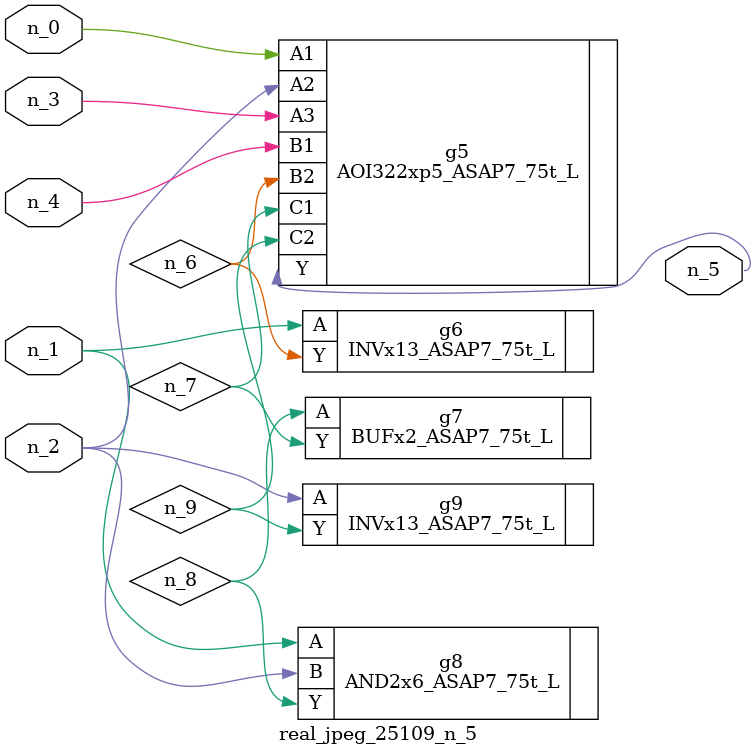
<source format=v>
module real_jpeg_25109_n_5 (n_4, n_0, n_1, n_2, n_3, n_5);

input n_4;
input n_0;
input n_1;
input n_2;
input n_3;

output n_5;

wire n_8;
wire n_6;
wire n_7;
wire n_9;

AOI322xp5_ASAP7_75t_L g5 ( 
.A1(n_0),
.A2(n_2),
.A3(n_3),
.B1(n_4),
.B2(n_6),
.C1(n_7),
.C2(n_9),
.Y(n_5)
);

INVx13_ASAP7_75t_L g6 ( 
.A(n_1),
.Y(n_6)
);

AND2x6_ASAP7_75t_L g8 ( 
.A(n_1),
.B(n_2),
.Y(n_8)
);

INVx13_ASAP7_75t_L g9 ( 
.A(n_2),
.Y(n_9)
);

BUFx2_ASAP7_75t_L g7 ( 
.A(n_8),
.Y(n_7)
);


endmodule
</source>
